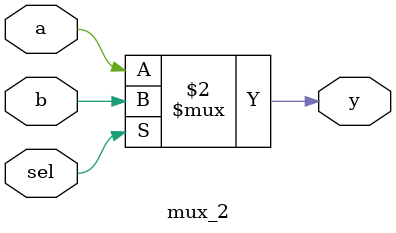
<source format=v>
`timescale 1ns / 1ps


module mux_2(
    input a,b,sel,
    output y
    );
    assign y = (sel == 1'b0) ? a : b;

endmodule

</source>
